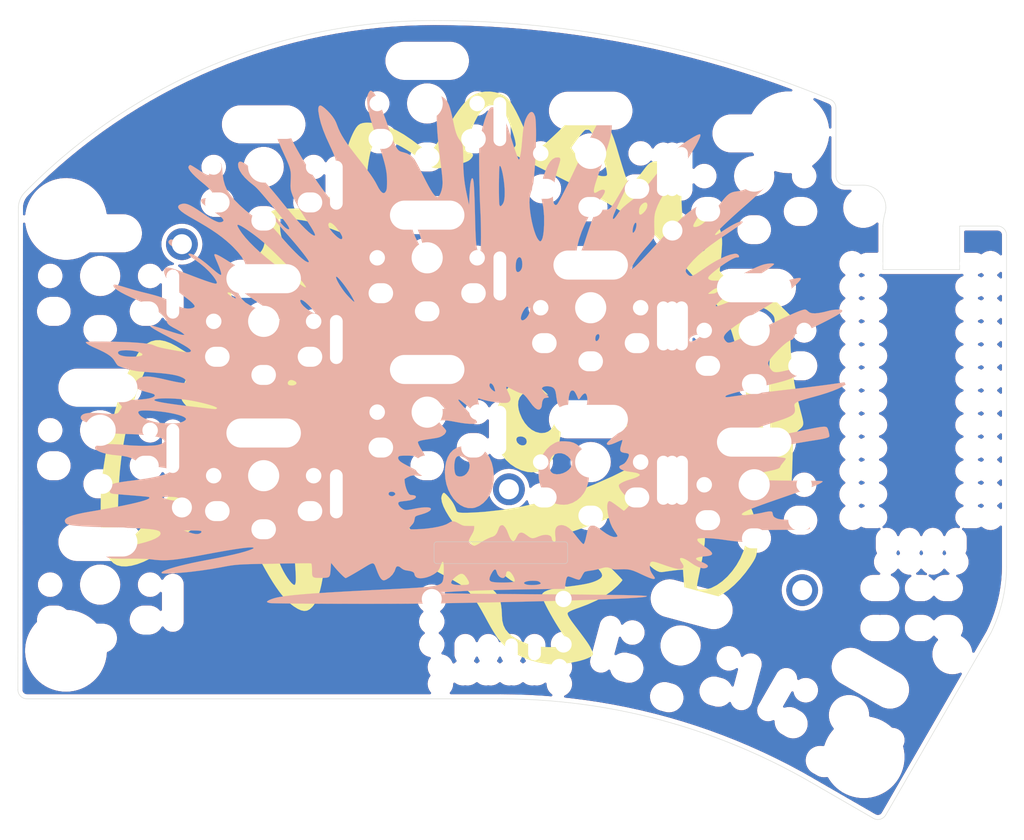
<source format=kicad_pcb>
(kicad_pcb (version 20211014) (generator pcbnew)
  (title_block (title "One Fell Swoop") (date "2021-11-18") (rev "0.3") (company "jmnw"))
  (layers (0 "F.Cu" signal) (31 "B.Cu" signal) (34 "B.Paste" user) (35 "F.Paste" user) (36 "B.SilkS" user "B.Silkscreen") (37 "F.SilkS" user "F.Silkscreen") (38 "B.Mask" user) (39 "F.Mask" user) (44 "Edge.Cuts" user))
  (net 0 "")
  (footprint "jmnw:M2_hole_3.5mm_2mm" (layer "F.Cu") (at 134.067714 82.371243)
    (fp_text reference "H3" hide)
    (fp_text value "M2 Hole" hide)
    (pad "" thru_hole circle (at 0 0) (size 3.5 3.5) (drill 2.2) (layers *.Cu *.Mask))
  )
  (footprint "jmnw:D3_SMD_cutout" (layer "F.Cu") (at 115.068714 70.371245 -90)
    (fp_text reference "D3" hide)
    (fp_text value " 1N4148W" hide)
    (pad "" np_thru_hole oval (at 0 0 270) (size 5.4 1.4) (drill oval 5.4 1.4) (layers F&B.Cu *.Mask))
  )
  (footprint "jmnw:M2_hole_3.5mm_2mm" (layer "F.Cu") (at 67.308167 128.658776)
    (fp_text reference "H2" hide)
    (fp_text value "M2 Hole" hide)
    (pad "" np_thru_hole circle (at 0 0) (size 8 8) (drill 8) (layers F&B.Cu *.Mask))
  )
  (footprint "jmnw:Choc_base_cutout" (layer "F.Cu") (at 107.068715 102.37124)
    (fp_text reference "SW13" hide)
    (fp_text value "Choc_base_cutout" hide)
    (pad "" np_thru_hole oval (at 5.1 3.9) (size 2.7 2.2) (drill oval 2.7 2.2) (layers F&B.Cu *.Mask))
    (pad "" np_thru_hole oval (at -5.1 3.9) (size 2.7 2.2) (drill oval 2.7 2.2) (layers F&B.Cu *.Mask))
    (pad "" np_thru_hole circle (at -5.5 0) (size 1.7018 1.7018) (drill 1.7018) (layers *.Cu *.Mask))
    (pad "" np_thru_hole circle (at 0 0) (size 3.429 3.429) (drill 3.429) (layers *.Cu *.Mask))
    (pad "" np_thru_hole oval (at 0 5.9) (size 2.7 2.2) (drill oval 2.7 2.2) (layers F&B.Cu *.Mask))
    (pad "" np_thru_hole circle (at 5.5 0) (size 1.7018 1.7018) (drill 1.7018) (layers *.Cu *.Mask))
  )
  (footprint "jmnw:SK6812_Mini_E_cutout" (layer "F.Cu") (at 71.068717 82.811741 180)
    (fp_text reference "L1" hide)
    (fp_text value "SK6812Mini-e" hide)
    (pad "" np_thru_hole oval (at 0 0.14 180) (size 8.2 3.2) (drill oval 8.2 3.2) (layers F&B.Cu *.Mask))
  )
  (footprint "jmnw:RollerEncoder_cutout" (layer "F.Cu") (at 115.074677 125.451864)
    (fp_text reference "EN2")
    (fp_text value "EVQWGD001")
    (fp_line (start 7.448 -6.7) (end 7.448 -8.5) (layer "Edge.Cuts") (width 0.05))
    (fp_line (start -7.248 -6.7) (end -7.248 -8.5) (layer "Edge.Cuts") (width 0.05))
    (fp_line (start 7.148 -8.8) (end -6.948 -8.8) (layer "Edge.Cuts") (width 0.05))
    (fp_line (start -6.952 -6.4) (end 7.148 -6.4) (layer "Edge.Cuts") (width 0.05))
    (fp_arc (start -6.948 -6.4) (mid -7.160132 -6.487868) (end -7.248 -6.7) (layer "Edge.Cuts") (width 0.05))
    (fp_arc (start 7.148 -8.8) (mid 7.360132 -8.712132) (end 7.448 -8.5) (layer "Edge.Cuts") (width 0.05))
    (fp_arc (start 7.448 -6.7) (mid 7.360132 -6.487868) (end 7.148 -6.4) (layer "Edge.Cuts") (width 0.05))
    (fp_arc (start -7.248 -8.5) (mid -7.160132 -8.712132) (end -6.948 -8.8) (layer "Edge.Cuts") (width 0.05))
    (pad "" np_thru_hole oval (at -1.27 3.05 270) (size 2.4 1.4) (drill oval 2.4 1.4) (layers F&B.Cu *.Mask))
    (pad "" np_thru_hole oval (at 3.548 5.625 90) (size 1.8 1.8) (drill oval 1.8) (layers F&B.Cu *.Mask))
    (pad "" np_thru_hole oval (at 6.548 5 270) (size 1.8 1.8) (drill oval 1.8) (layers F&B.Cu *.Mask))
    (pad "" np_thru_hole oval (at 1.27 3.05 270) (size 2.4 1.4) (drill oval 2.4 1.4) (layers F&B.Cu *.Mask))
    (pad "" np_thru_hole circle (at -6.548 6.85 90) (size 1.8 1.8) (drill 1.8) (layers F&B.Cu *.Mask))
    (pad "" np_thru_hole oval (at 3.81 3.05 270) (size 2.4 1.4) (drill oval 2.4 1.4) (layers F&B.Cu *.Mask))
    (pad "" np_thru_hole oval (at 4.072 5.625 270) (size 1.8 1.8) (drill oval 1.8) (layers F&B.Cu *.Mask))
    (pad "" np_thru_hole oval (at -4.072 5.625 90) (size 1.8 1.8) (drill oval 1.8) (layers F&B.Cu *.Mask))
    (pad "" np_thru_hole circle (at 6.548 6.85 270) (size 1.8 1.8) (drill 1.8) (layers F&B.Cu *.Mask))
    (pad "" np_thru_hole oval (at -3.548 5.625 270) (size 1.8 1.8) (drill oval 1.8) (layers F&B.Cu *.Mask))
    (pad "" np_thru_hole oval (at 1.532 5.625 270) (size 1.8 1.8) (drill oval 1.8) (layers F&B.Cu *.Mask))
    (pad "" np_thru_hole oval (at -1.532 5.625 90) (size 1.8 1.8) (drill oval 1.8) (layers F&B.Cu *.Mask))
    (pad "" np_thru_hole oval (at 1.008 5.625 90) (size 1.8 1.8) (drill oval 1.8) (layers F&B.Cu *.Mask))
    (pad "" np_thru_hole oval (at -3.81 3.05 270) (size 2.4 1.4) (drill oval 2.4 1.4) (layers F&B.Cu *.Mask))
    (pad "" np_thru_hole oval (at -6.548 5 90) (size 1.8 1.8) (drill oval 1.8) (layers F&B.Cu *.Mask))
    (pad "" np_thru_hole circle (at -1.008 5.625 270) (size 1.8 1.8) (drill 1.8) (layers F&B.Cu *.Mask))
  )
  (footprint "jmnw:SK6812_Mini_E_cutout" (layer "F.Cu") (at 143.068711 71.811244 180)
    (fp_text reference "L5" hide)
    (fp_text value "SK6812Mini-e" hide)
    (pad "" np_thru_hole oval (at 0 0.14 180) (size 8.2 3.2) (drill oval 8.2 3.2) (layers F&B.Cu *.Mask))
  )
  (footprint "jmnw:M2_hole_3.5mm_2mm" (layer "F.Cu") (at 80.068712 83.871741)
    (fp_text reference "H1" hide)
    (fp_text value "M2 Hole" hide)
    (pad "" thru_hole circle (at 0 0) (size 3.5 3.5) (drill 2.2) (layers *.Cu *.Mask))
  )
  (footprint "jmnw:D3_SMD_cutout" (layer "F.Cu") (at 79.068714 106.37174 -90)
    (fp_text reference "D6" hide)
    (fp_text value " 1N4148W" hide)
    (pad "" np_thru_hole oval (at 0 0 270) (size 5.4 1.4) (drill oval 5.4 1.4) (layers F&B.Cu *.Mask))
  )
  (footprint "jmnw:D3_SMD_cutout" (layer "F.Cu") (at 134.031168 75.871241 -90)
    (fp_text reference "D4" hide)
    (fp_text value " 1N4148W" hide)
    (pad "" np_thru_hole oval (at 0 0 270) (size 5.4 1.4) (drill oval 5.4 1.4) (layers F&B.Cu *.Mask))
  )
  (footprint "jmnw:SK6812_Mini_E_cutout" (layer "F.Cu") (at 89.068713 70.811741 180)
    (fp_text reference "L2" hide)
    (fp_text value "SK6812Mini-e" hide)
    (pad "" np_thru_hole oval (at 0 0.14 180) (size 8.2 3.2) (drill oval 8.2 3.2) (layers F&B.Cu *.Mask))
  )
  (footprint "jmnw:SK6812_Mini_E_cutout" (layer "F.Cu") (at 107.068713 97.81124 180)
    (fp_text reference "L13" hide)
    (fp_text value "SK6812Mini-e" hide)
    (pad "" np_thru_hole oval (at 0 0.14 180) (size 8.2 3.2) (drill oval 8.2 3.2) (layers F&B.Cu *.Mask))
  )
  (footprint "jmnw:Choc_base_cutout" (layer "F.Cu") (at 153.505679 135.749861 -30)
    (fp_text reference "SW17" hide)
    (fp_text value "Choc_base_cutout" hide)
    (pad "" np_thru_hole oval (at -5.1 3.9 330) (size 2.7 2.2) (drill oval 2.7 2.2) (layers F&B.Cu *.Mask))
    (pad "" np_thru_hole oval (at 5.1 3.9 330) (size 2.7 2.2) (drill oval 2.7 2.2) (layers F&B.Cu *.Mask))
    (pad "" np_thru_hole circle (at 5.5 0 330) (size 1.7018 1.7018) (drill 1.7018) (layers *.Cu *.Mask))
    (pad "" np_thru_hole circle (at -5.5 0 330) (size 1.7018 1.7018) (drill 1.7018) (layers *.Cu *.Mask))
    (pad "" np_thru_hole circle (at 0 0 330) (size 3.429 3.429) (drill 3.429) (layers *.Cu *.Mask))
    (pad "" np_thru_hole oval (at 0 5.9 330) (size 2.7 2.2) (drill oval 2.7 2.2) (layers F&B.Cu *.Mask))
  )
  (footprint "jmnw:D3_SMD_cutout" (layer "F.Cu") (at 79.068713 89.371735 -90)
    (fp_text reference "D1" hide)
    (fp_text value " 1N4148W" hide)
    (pad "" np_thru_hole oval (at 0 0 270) (size 5.4 1.4) (drill oval 5.4 1.4) (layers F&B.Cu *.Mask))
  )
  (footprint "jmnw:SK6812_Mini_E_cutout" (layer "F.Cu") (at 107.068715 63.81124 180)
    (fp_text reference "L3" hide)
    (fp_text value "SK6812Mini-e" hide)
    (pad "" np_thru_hole oval (at 0 0.14 180) (size 8.2 3.2) (drill oval 8.2 3.2) (layers F&B.Cu *.Mask))
  )
  (footprint "jmnw:SK6812_Mini_E_cutout" (layer "F.Cu") (at 143.068709 88.81124 180)
    (fp_text reference "L10" hide)
    (fp_text value "SK6812Mini-e" hide)
    (pad "" np_thru_hole oval (at 0 0.14 180) (size 8.2 3.2) (drill oval 8.2 3.2) (layers F&B.Cu *.Mask))
  )
  (footprint "jmnw:M2_hole_3.5mm_2mm" (layer "F.Cu") (at 146.829167 71.547776)
    (fp_text reference "H2" hide)
    (fp_text value "M2 Hole" hide)
    (pad "" np_thru_hole circle (at 0 0) (size 8 8) (drill 8) (layers F&B.Cu *.Mask))
  )
  (footprint "jmnw:SK6812_Mini_E_cutout" (layer "F.Cu") (at 155.785678 131.800784 150)
    (fp_text reference "L17" hide)
    (fp_text value "SK6812Mini-e" hide)
    (pad "" np_thru_hole oval (at 0 0.14 150) (size 8.2 3.2) (drill oval 8.2 3.2) (layers F&B.Cu *.Mask))
  )
  (footprint "jmnw:M2_hole_3.5mm_2mm_cutout" (layer "F.Cu") (at 155.067918 79.872008)
    (fp_text reference "Ref**" hide)
    (fp_text value "Val**" hide)
    (pad "" np_thru_hole circle (at 0 0) (size 3.4 3.4) (drill 3.4) (layers F&B.Cu *.Mask))
  )
  (footprint "jmnw:D3_SMD_cutout" (layer "F.Cu") (at 135.068714 109.871242 -90)
    (fp_text reference "D15" hide)
    (fp_text value " 1N4148W" hide)
    (pad "" np_thru_hole oval (at 0 0 270) (size 5.4 1.4) (drill oval 5.4 1.4) (layers F&B.Cu *.Mask))
  )
  (footprint "jmnw:RotaryEncoder_cutout" (layer "F.Cu") (at 115.074716 125.451239)
    (fp_text reference "EN1")
    (fp_text value "RotaryEncoder_Switch")
    (pad "" np_thru_hole circle (at 7 -2.5) (size 1.8 1.8) (drill 1.8) (layers F&B.Cu *.Mask))
    (pad "" np_thru_hole circle (at 7 2.5) (size 1.8 1.8) (drill 1.8) (layers F&B.Cu *.Mask))
    (pad "" np_thru_hole circle (at -7.5 2.5) (size 1.8 1.8) (drill 1.8) (layers F&B.Cu *.Mask))
    (pad "" np_thru_hole circle (at -7.5 0) (size 1.8 1.8) (drill 1.8) (layers F&B.Cu *.Mask))
    (pad "" np_thru_hole circle (at -7.5 -2.5) (size 2.2 2.2) (drill 2.2) (layers F&B.Cu *.Mask))
  )
  (footprint "jmnw:D3_SMD_cutout" (layer "F.Cu") (at 134.031167 92.871242 -90)
    (fp_text reference "D9" hide)
    (fp_text value " 1N4148W" hide)
    (pad "" np_thru_hole oval (at 0 0 270) (size 5.4 1.4) (drill oval 5.4 1.4) (layers F&B.Cu *.Mask))
  )
  (footprint "jmnw:Choc_base_cutout" (layer "F.Cu") (at 125.067714 90.871239)
    (fp_text reference "SW9" hide)
    (fp_text value "Choc_base_cutout" hide)
    (pad "" np_thru_hole oval (at 5.1 3.9) (size 2.7 2.2) (drill oval 2.7 2.2) (layers F&B.Cu *.Mask))
    (pad "" np_thru_hole circle (at -5.5 0) (size 1.7018 1.7018) (drill 1.7018) (layers *.Cu *.Mask))
    (pad "" np_thru_hole circle (at 5.5 0) (size 1.7018 1.7018) (drill 1.7018) (layers *.Cu *.Mask))
    (pad "" np_thru_hole circle (at 0 0) (size 3.429 3.429) (drill 3.429) (layers *.Cu *.Mask))
    (pad "" np_thru_hole oval (at 0 5.9) (size 2.7 2.2) (drill oval 2.7 2.2) (layers F&B.Cu *.Mask))
    (pad "" np_thru_hole oval (at -5.1 3.9) (size 2.7 2.2) (drill oval 2.7 2.2) (layers F&B.Cu *.Mask))
  )
  (footprint "jmnw:Choc_base_cutout" (layer "F.Cu") (at 71.068714 121.371741)
    (fp_text reference "SW11" hide)
    (fp_text value "Choc_base_cutout" hide)
    (pad "" np_thru_hole oval (at 5.1 3.9) (size 2.7 2.2) (drill oval 2.7 2.2) (layers F&B.Cu *.Mask))
    (pad "" np_thru_hole circle (at 5.5 0) (size 1.7018 1.7018) (drill 1.7018) (layers *.Cu *.Mask))
    (pad "" np_thru_hole circle (at 0 0) (size 3.429 3.429) (drill 3.429) (layers *.Cu *.Mask))
    (pad "" np_thru_hole circle (at -5.5 0) (size 1.7018 1.7018) (drill 1.7018) (layers *.Cu *.Mask))
    (pad "" np_thru_hole oval (at -5.1 3.9) (size 2.7 2.2) (drill oval 2.7 2.2) (layers F&B.Cu *.Mask))
    (pad "" np_thru_hole oval (at 0 5.9) (size 2.7 2.2) (drill oval 2.7 2.2) (layers F&B.Cu *.Mask))
  )
  (footprint "jmnw:D3_SMD_cutout" (layer "F.Cu") (at 133.067719 75.871242 -90)
    (fp_text reference "D4" hide)
    (fp_text value " 1N4148W" hide)
    (pad "" np_thru_hole oval (at 0 0 270) (size 5.4 1.4) (drill oval 5.4 1.4) (layers F&B.Cu *.Mask))
  )
  (footprint "jmnw:D3_SMD_cutout" (layer "F.Cu") (at 115.068717 87.371237 -90)
    (fp_text reference "D8" hide)
    (fp_text value " 1N4148W" hide)
    (pad "" np_thru_hole oval (at 0 0 270) (size 5.4 1.4) (drill oval 5.4 1.4) (layers F&B.Cu *.Mask))
  )
  (footprint "jmnw:D3_SMD_cutout" (layer "F.Cu") (at 133.067718 92.871242 -90)
    (fp_text reference "D9" hide)
    (fp_text value " 1N4148W" hide)
    (pad "" np_thru_hole oval (at 0 0 270) (size 5.4 1.4) (drill oval 5.4 1.4) (layers F&B.Cu *.Mask))
  )
  (footprint "jmnw:D3_SMD_cutout" (layer "F.Cu") (at 135.06872 75.871241 -90)
    (fp_text reference "D5" hide)
    (fp_text value " 1N4148W" hide)
    (pad "" np_thru_hole oval (at 0 0 270) (size 5.4 1.4) (drill oval 5.4 1.4) (layers F&B.Cu *.Mask))
  )
  (footprint "jmnw:Choc_base_cutout" (layer "F.Cu") (at 143.068715 93.371244)
    (fp_text reference "SW10" hide)
    (fp_text value "Choc_base_cutout" hide)
    (pad "" np_thru_hole circle (at 5.5 0) (size 1.7018 1.7018) (drill 1.7018) (layers *.Cu *.Mask))
    (pad "" np_thru_hole circle (at 0 0) (size 3.429 3.429) (drill 3.429) (layers *.Cu *.Mask))
    (pad "" np_thru_hole circle (at -5.5 0) (size 1.7018 1.7018) (drill 1.7018) (layers *.Cu *.Mask))
    (pad "" np_thru_hole oval (at 5.1 3.9) (size 2.7 2.2) (drill oval 2.7 2.2) (layers F&B.Cu *.Mask))
    (pad "" np_thru_hole oval (at 0 5.9) (size 2.7 2.2) (drill oval 2.7 2.2) (layers F&B.Cu *.Mask))
    (pad "" np_thru_hole oval (at -5.1 3.9) (size 2.7 2.2) (drill oval 2.7 2.2) (layers F&B.Cu *.Mask))
  )
  (footprint "jmnw:Choc_base_cutout" (layer "F.Cu") (at 71.068711 104.371738)
    (fp_text reference "SW6" hide)
    (fp_text value "Choc_base_cutout" hide)
    (pad "" np_thru_hole oval (at 5.1 3.9) (size 2.7 2.2) (drill oval 2.7 2.2) (layers F&B.Cu *.Mask))
    (pad "" np_thru_hole oval (at 0 5.9) (size 2.7 2.2) (drill oval 2.7 2.2) (layers F&B.Cu *.Mask))
    (pad "" np_thru_hole circle (at -5.5 0) (size 1.7018 1.7018) (drill 1.7018) (layers *.Cu *.Mask))
    (pad "" np_thru_hole oval (at -5.1 3.9) (size 2.7 2.2) (drill oval 2.7 2.2) (layers F&B.Cu *.Mask))
    (pad "" np_thru_hole circle (at 0 0) (size 3.429 3.429) (drill 3.429) (layers *.Cu *.Mask))
    (pad "" np_thru_hole circle (at 5.5 0) (size 1.7018 1.7018) (drill 1.7018) (layers *.Cu *.Mask))
  )
  (footprint "jmnw:ProMicro_cutout" (layer "F.Cu") (at 161.458741 99.984906)
    (fp_text reference "U1" hide)
    (fp_text value "ProMicro")
    (pad "" np_thru_hole oval (at 5.442 6.35) (size 2.4 1.4) (drill oval 2.4 1.4) (layers F&B.Cu *.Mask))
    (pad "" np_thru_hole oval (at -5.442 1.27) (size 2.4 1.4) (drill oval 2.4 1.4) (layers F&B.Cu *.Mask))
    (pad "" np_thru_hole oval (at 5.442 -3.81) (size 2.4 1.4) (drill oval 2.4 1.4) (layers F&B.Cu *.Mask))
    (pad "" np_thru_hole oval (at 5.442 -1.27) (size 2.4 1.4) (drill oval 2.4 1.4) (layers F&B.Cu *.Mask))
    (pad "" np_thru_hole oval (at 5.442 8.89) (size 2.4 1.4) (drill oval 2.4 1.4) (layers F&B.Cu *.Mask))
    (pad "" np_thru_hole circle (at 7.62 -6.35 270) (size 1.8 1.8) (drill 1.8) (layers F&B.Cu *.Mask))
    (pad "" np_thru_hole oval (at 5.442 -13.97) (size 2.4 1.4) (drill oval 2.4 1.4) (layers F&B.Cu *.Mask))
    (pad "" np_thru_hole circle (at -7.62 -6.35 270) (size 1.8 1.8) (drill 1.8) (layers F&B.Cu *.Mask))
    (pad "" np_thru_hole circle (at -7.62 8.89 270) (size 1.8 1.8) (drill 1.8) (layers F&B.Cu *.Mask))
    (pad "" np_thru_hole oval (at 5.442 1.27) (size 2.4 1.4) (drill oval 2.4 1.4) (layers F&B.Cu *.Mask))
    (pad "" np_thru_hole circle (at -7.62 6.35 270) (size 1.8 1.8) (drill 1.8) (layers F&B.Cu *.Mask))
    (pad "" np_thru_hole circle (at -7.62 13.97 270) (size 1.8 1.8) (drill 1.8) (layers F&B.Cu *.Mask))
    (pad "" np_thru_hole circle (at 7.62 6.35 270) (size 1.8 1.8) (drill 1.8) (layers F&B.Cu *.Mask))
    (pad "" np_thru_hole circle (at 7.62 13.97 270) (size 1.8 1.8) (drill 1.8) (layers F&B.Cu *.Mask))
    (pad "" np_thru_hole circle (at 7.62 -13.97 270) (size 1.8 1.8) (drill 1.8) (layers F&B.Cu *.Mask))
    (pad "" np_thru_hole oval (at -5.442 8.89) (size 2.4 1.4) (drill oval 2.4 1.4) (layers F&B.Cu *.Mask))
    (pad "" np_thru_hole circle (at -7.62 3.81 270) (size 1.8 1.8) (drill 1.8) (layers F&B.Cu *.Mask))
    (pad "" np_thru_hole oval (at 5.442 13.97) (size 2.4 1.4) (drill oval 2.4 1.4) (layers F&B.Cu *.Mask))
    (pad "" np_thru_hole circle (at -7.62 11.43 270) (size 1.8 1.8) (drill 1.8) (layers F&B.Cu *.Mask))
    (pad "" np_thru_hole circle (at -7.62 -13.97 270) (size 1.8 1.8) (drill 1.8) (layers F&B.Cu *.Mask))
    (pad "" np_thru_hole oval (at 5.442 11.43) (size 2.4 1.4) (drill oval 2.4 1.4) (layers F&B.Cu *.Mask))
    (pad "" np_thru_hole circle (at 7.62 -8.89 270) (size 1.8 1.8) (drill 1.8) (layers F&B.Cu *.Mask))
    (pad "" np_thru_hole circle (at -7.62 -3.81 270) (size 1.8 1.8) (drill 1.8) (layers F&B.Cu *.Mask))
    (pad "" np_thru_hole oval (at 5.442 -11.43) (size 2.4 1.4) (drill oval 2.4 1.4) (layers F&B.Cu *.Mask))
    (pad "" np_thru_hole circle (at 7.62 -11.43 270) (size 1.8 1.8) (drill 1.8) (layers F&B.Cu *.Mask))
    (pad "" np_thru_hole circle (at -7.62 1.27 270) (size 1.8 1.8) (drill 1.8) (layers F&B.Cu *.Mask))
    (pad "" np_thru_hole oval (at -5.442 -3.81) (size 2.4 1.4) (drill oval 2.4 1.4) (layers F&B.Cu *.Mask))
    (pad "" np_thru_hole circle (at 7.62 1.27 270) (size 1.8 1.8) (drill 1.8) (layers F&B.Cu *.Mask))
    (pad "" np_thru_hole oval (at -5.442 -8.89) (size 2.4 1.4) (drill oval 2.4 1.4) (layers F&B.Cu *.Mask))
    (pad "" np_thru_hole oval (at -5.442 3.81) (size 2.4 1.4) (drill oval 2.4 1.4) (layers F&B.Cu *.Mask))
    (pad "" np_thru_hole oval (at 5.442 3.81) (size 2.4 1.4) (drill oval 2.4 1.4) (layers F&B.Cu *.Mask))
    (pad "" np_thru_hole oval (at -5.442 6.35) (size 2.4 1.4) (drill oval 2.4 1.4) (layers F&B.Cu *.Mask))
    (pad "" np_thru_hole oval (at -5.442 13.97) (size 2.4 1.4) (drill oval 2.4 1.4) (layers F&B.Cu *.Mask))
    (pad "" np_thru_hole oval (at -5.442 -11.43) (size 2.4 1.4) (drill oval 2.4 1.4) (layers F&B.Cu *.Mask))
    (pad "" np_thru_hole oval (at 5.442 -6.35) (size 2.4 1.4) (drill oval 2.4 1.4) (layers F&B.Cu *.Mask))
    (pad "" np_thru_hole oval (at -5.442 11.43) (size 2.4 1.4) (drill oval 2.4 1.4) (layers F&B.Cu *.Mask))
    (pad "" np_thru_hole oval (at 5.442 -8.89) (size 2.4 1.4) (drill oval 2.4 1.4) (layers F&B.Cu *.Mask))
    (pad "" np_thru_hole oval (at -5.442 -6.35) (size 2.4 1.4) (drill oval 2.4 1.4) (layers F&B.Cu *.Mask))
    (pad "" np_thru_hole oval (at -5.442 -13.97) (size 2.4 1.4) (drill oval 2.4 1.4) (layers F&B.Cu *.Mask))
    (pad "" np_thru_hole oval (at -5.442 -1.27) (size 2.4 1.4) (drill oval 2.4 1.4) (layers F&B.Cu *.Mask))
    (pad "" np_thru_hole circle (at -7.62 -11.43 270) (size 1.8 1.8) (drill 1.8) (layers F&B.Cu *.Mask))
    (pad "" np_thru_hole circle (at 7.62 8.89 270) (size 1.8 1.8) (drill 1.8) (layers F&B.Cu *.Mask))
    (pad "" np_thru_hole circle (at 7.62 -3.81 270) (size 1.8 1.8) (drill 1.8) (layers F&B.Cu *.Mask))
    (pad "" np_thru_hole circle (at -7.62 -1.27 270) (size 1.8 1.8) (drill 1.8) (layers F&B.Cu *.Mask))
    (pad "" np_thru_hole circle (at 7.62 3.81 270) (size 1.8 1.8) (drill 1.8) (layers F&B.Cu *.Mask))
    (pad "" np_thru_hole circle (at 7.62 11.43 270) (size 1.8 1.8) (drill 1.8) (layers F&B.Cu *.Mask))
    (pad "" np_thru_hole circle (at -7.62 -8.89 270) (size 1.8 1.8) (drill 1.8) (layers F&B.Cu *.Mask))
    (pad "" np_thru_hole circle (at 7.62 -1.27 270) (size 1.8 1.8) (drill 1.8) (layers F&B.Cu *.Mask))
  )
  (footprint "jmnw:D3_SMD_cutout" (layer "F.Cu") (at 79.068714 123.37174 -90)
    (fp_text reference "D11" hide)
    (fp_text value " 1N4148W" hide)
    (pad "" np_thru_hole oval (at 0 0 270) (size 5.4 1.4) (drill oval 5.4 1.4) (layers F&B.Cu *.Mask))
  )
  (footprint "jmnw:Choc_base_cutout" (layer "F.Cu") (at 89.068717 109.371743)
    (fp_text reference "SW12" hide)
    (fp_text value "Choc_base_cutout" hide)
    (pad "" np_thru_hole oval (at 5.1 3.9) (size 2.7 2.2) (drill oval 2.7 2.2) (layers F&B.Cu *.Mask))
    (pad "" np_thru_hole oval (at -5.1 3.9) (size 2.7 2.2) (drill oval 2.7 2.2) (layers F&B.Cu *.Mask))
    (pad "" np_thru_hole oval (at 0 5.9) (size 2.7 2.2) (drill oval 2.7 2.2) (layers F&B.Cu *.Mask))
    (pad "" np_thru_hole circle (at 5.5 0) (size 1.7018 1.7018) (drill 1.7018) (layers *.Cu *.Mask))
    (pad "" np_thru_hole circle (at -5.5 0) (size 1.7018 1.7018) (drill 1.7018) (layers *.Cu *.Mask))
    (pad "" np_thru_hole circle (at 0 0) (size 3.429 3.429) (drill 3.429) (layers *.Cu *.Mask))
  )
  (footprint "jmnw:TRRS-3pin_cutout" (layer "F.Cu") (at 167.548192 123.946605 -90)
    (fp_text reference "J1")
    (fp_text value "TRRS" hide)
    (pad "" np_thru_hole oval (at -2.2 11.1 90) (size 1.9 2.4) (drill oval 1.9 2.4) (layers F&B.Cu *.Mask))
    (pad "" np_thru_hole oval (at 2.2 11.1 90) (size 1.9 2.4) (drill oval 1.9 2.4) (layers F&B.Cu *.Mask))
    (pad "" np_thru_hole oval (at -2.2 6.2 90) (size 1.9 2.4) (drill oval 1.9 2.4) (layers F&B.Cu *.Mask))
    (pad "" np_thru_hole oval (at 2.2 6.2 270) (size 1.9 2.4) (drill oval 1.9 2.4) (layers F&B.Cu *.Mask))
    (pad "" np_thru_hole oval (at -2.2 3.2 90) (size 1.9 2.4) (drill oval 1.9 2.4) (layers F&B.Cu *.Mask))
    (pad "" np_thru_hole oval (at -2.2 10.2 90) (size 1.9 2.4) (drill oval 1.9 2.4) (layers F&B.Cu *.Mask))
    (pad "" np_thru_hole oval (at 2.2 3.2 270) (size 1.9 2.4) (drill oval 1.9 2.4) (layers F&B.Cu *.Mask))
    (pad "" np_thru_hole oval (at 2.2 10.2 90) (size 1.9 2.4) (drill oval 1.9 2.4) (layers F&B.Cu *.Mask))
  )
  (footprint "jmnw:Choc_base_cutout" (layer "F.Cu") (at 107.068712 68.371242)
    (fp_text reference "SW3" hide)
    (fp_text value "Choc_base_cutout" hide)
    (pad "" np_thru_hole oval (at 0 5.9) (size 2.7 2.2) (drill oval 2.7 2.2) (layers F&B.Cu *.Mask))
    (pad "" np_thru_hole oval (at -5.1 3.9) (size 2.7 2.2) (drill oval 2.7 2.2) (layers F&B.Cu *.Mask))
    (pad "" np_thru_hole circle (at 0 0) (size 3.429 3.429) (drill 3.429) (layers *.Cu *.Mask))
    (pad "" np_thru_hole oval (at 5.1 3.9) (size 2.7 2.2) (drill oval 2.7 2.2) (layers F&B.Cu *.Mask))
    (pad "" np_thru_hole circle (at 5.5 0) (size 1.7018 1.7018) (drill 1.7018) (layers *.Cu *.Mask))
    (pad "" np_thru_hole circle (at -5.5 0) (size 1.7018 1.7018) (drill 1.7018) (layers *.Cu *.Mask))
  )
  (footprint "jmnw:Choc_base_cutout" (layer "F.Cu") (at 143.068714 76.37124)
    (fp_text reference "SW5" hide)
    (fp_text value "Choc_base_cutout" hide)
    (pad "" np_thru_hole circle (at 5.5 0) (size 1.7018 1.7018) (drill 1.7018) (layers *.Cu *.Mask))
    (pad "" np_thru_hole circle (at -5.5 0) (size 1.7018 1.7018) (drill 1.7018) (layers *.Cu *.Mask))
    (pad "" np_thru_hole circle (at 0 0) (size 3.429 3.429) (drill 3.429) (layers *.Cu *.Mask))
    (pad "" np_thru_hole oval (at 0 5.9) (size 2.7 2.2) (drill oval 2.7 2.2) (layers F&B.Cu *.Mask))
    (pad "" np_thru_hole oval (at -5.1 3.9) (size 2.7 2.2) (drill oval 2.7 2.2) (layers F&B.Cu *.Mask))
    (pad "" np_thru_hole oval (at 5.1 3.9) (size 2.7 2.2) (drill oval 2.7 2.2) (layers F&B.Cu *.Mask))
  )
  (footprint "jmnw:SK6812_Mini_E_cutout" (layer "F.Cu") (at 107.068712 80.811241 180)
    (fp_text reference "L8" hide)
    (fp_text value "SK6812Mini-e" hide)
    (pad "" np_thru_hole oval (at 0 0.14 180) (size 8.2 3.2) (drill oval 8.2 3.2) (layers F&B.Cu *.Mask))
  )
  (footprint "jmnw:OLED_cutout" (layer "F.Cu") (at 157.64892 118.874595)
    (fp_text reference "O1" hide)
    (fp_text value "OLED" hide)
    (pad "" np_thru_hole oval (at 2.54 -2.058 270) (size 2.4 1.4) (drill oval 2.4 1.4) (layers F&B.Cu *.Mask))
    (pad "" np_thru_hole circle (at 5.08 0) (size 1.8 1.8) (drill 1.8) (layers F&B.Cu *.Mask))
    (pad "" np_thru_hole oval (at 0 -2.058 270) (size 2.4 1.4) (drill oval 2.4 1.4) (layers F&B.Cu *.Mask))
    (pad "" np_thru_hole circle (at 2.54 0) (size 1.8 1.8) (drill 1.8) (layers F&B.Cu *.Mask))
    (pad "" np_thru_hole circle (at 7.62 0) (size 1.8 1.8) (drill 1.8) (layers F&B.Cu *.Mask))
    (pad "" np_thru_hole oval (at 7.62 -2.058 270) (size 2.4 1.4) (drill oval 2.4 1.4) (layers F&B.Cu *.Mask))
    (pad "" np_thru_hole circle (at 0 0) (size 1.8 1.8) (drill 1.8) (layers F&B.Cu *.Mask))
    (pad "" np_thru_hole oval (at 5.08 -2.058 270) (size 2.4 1.4) (drill oval 2.4 1.4) (layers F&B.Cu *.Mask))
  )
  (footprint "jmnw:Choc_base_cutout" (layer "F.Cu") (at 71.06871 87.371742)
    (fp_text reference "SW1" hide)
    (fp_text value "Choc_base_cutout" hide)
    (pad "" np_thru_hole oval (at 5.1 3.9) (size 2.7 2.2) (drill oval 2.7 2.2) (layers F&B.Cu *.Mask))
    (pad "" np_thru_hole circle (at -5.5 0) (size 1.7018 1.7018) (drill 1.7018) (layers *.Cu *.Mask))
    (pad "" np_thru_hole oval (at 0 5.9) (size 2.7 2.2) (drill oval 2.7 2.2) (layers F&B.Cu *.Mask))
    (pad "" np_thru_hole oval (at -5.1 3.9) (size 2.7 2.2) (drill oval 2.7 2.2) (layers F&B.Cu *.Mask))
    (pad "" np_thru_hole circle (at 0 0) (size 3.429 3.429) (drill 3.429) (layers *.Cu *.Mask))
    (pad "" np_thru_hole circle (at 5.5 0) (size 1.7018 1.7018) (drill 1.7018) (layers *.Cu *.Mask))
  )
  (footprint "jmnw:Choc_base_cutout" (layer "F.Cu") (at 125.067712 107.871242)
    (fp_text reference "SW14" hide)
    (fp_text value "Choc_base_cutout" hide)
    (pad "" np_thru_hole circle (at 5.5 0) (size 1.7018 1.7018) (drill 1.7018) (layers *.Cu *.Mask))
    (pad "" np_thru_hole circle (at 0 0) (size 3.429 3.429) (drill 3.429) (layers *.Cu *.Mask))
    (pad "" np_thru_hole oval (at 5.1 3.9) (size 2.7 2.2) (drill oval 2.7 2.2) (layers F&B.Cu *.Mask))
    (pad "" np_thru_hole circle (at -5.5 0) (size 1.7018 1.7018) (drill 1.7018) (layers *.Cu *.Mask))
    (pad "" np_thru_hole oval (at 0 5.9) (size 2.7 2.2) (drill oval 2.7 2.2) (layers F&B.Cu *.Mask))
    (pad "" np_thru_hole oval (at -5.1 3.9) (size 2.7 2.2) (drill oval 2.7 2.2) (layers F&B.Cu *.Mask))
  )
  (footprint "jmnw:D3_SMD_cutout" (layer "F.Cu") (at 133.067713 109.871246 -90)
    (fp_text reference "D14" hide)
    (fp_text value " 1N4148W" hide)
    (pad "" np_thru_hole oval (at 0 0 270) (size 5.4 1.4) (drill oval 5.4 1.4) (layers F&B.Cu *.Mask))
  )
  (footprint "jmnw:D3_SMD_cutout" (layer "F.Cu") (at 126.722717 127.93224 -105)
    (fp_text reference "ED1" hide)
    (fp_text value " 1N4148W" hide)
    (pad "" np_thru_hole oval (at 0 0 255) (size 5.4 1.4) (drill oval 5.4 1.4) (layers F&B.Cu *.Mask))
  )
  (footprint "jmnw:D3_SMD_cutout" (layer "F.Cu") (at 134.031168 109.871246 -90)
    (fp_text reference "D14" hide)
    (fp_text value " 1N4148W" hide)
    (pad "" np_thru_hole oval (at 0 0 270) (size 5.4 1.4) (drill oval 5.4 1.4) (layers F&B.Cu *.Mask))
  )
  (footprint "jmnw:Choc_base_cutout" (layer "F.Cu") (at 89.068716 92.371737)
    (fp_text reference "SW7" hide)
    (fp_text value "Choc_base_cutout" hide)
    (pad "" np_thru_hole oval (at 5.1 3.9) (size 2.7 2.2) (drill oval 2.7 2.2) (layers F&B.Cu *.Mask))
    (pad "" np_thru_hole circle (at 0 0) (size 3.429 3.429) (drill 3.429) (layers *.Cu *.Mask))
    (pad "" np_thru_hole circle (at -5.5 0) (size 1.7018 1.7018) (drill 1.7018) (layers *.Cu *.Mask))
    (pad "" np_thru_hole oval (at -5.1 3.9) (size 2.7 2.2) (drill oval 2.7 2.2) (layers F&B.Cu *.Mask))
    (pad "" np_thru_hole oval (at 0 5.9) (size 2.7 2.2) (drill oval 2.7 2.2) (layers F&B.Cu *.Mask))
    (pad "" np_thru_hole circle (at 5.5 0) (size 1.7018 1.7018) (drill 1.7018) (layers *.Cu *.Mask))
  )
  (footprint "jmnw:Choc_base_cutout" (layer "F.Cu") (at 125.067716 73.871244)
    (fp_text reference "SW4" hide)
    (fp_text value "Choc_base_cutout" hide)
    (pad "" np_thru_hole circle (at 5.5 0) (size 1.7018 1.7018) (drill 1.7018) (layers *.Cu *.Mask))
    (pad "" np_thru_hole oval (at 5.1 3.9) (size 2.7 2.2) (drill oval 2.7 2.2) (layers F&B.Cu *.Mask))
    (pad "" np_thru_hole circle (at -5.5 0) (size 1.7018 1.7018) (drill 1.7018) (layers *.Cu *.Mask))
    (pad "" np_thru_hole oval (at 0 5.9) (size 2.7 2.2) (drill oval 2.7 2.2) (layers F&B.Cu *.Mask))
    (pad "" np_thru_hole circle (at 0 0) (size 3.429 3.429) (drill 3.429) (layers *.Cu *.Mask))
    (pad "" np_thru_hole oval (at -5.1 3.9) (size 2.7 2.2) (drill oval 2.7 2.2) (layers F&B.Cu *.Mask))
  )
  (footprint "jmnw:D3_SMD_cutout" (layer "F.Cu") (at 97.06871 94.371742 -90)
    (fp_text reference "D7" hide)
    (fp_text value " 1N4148W" hide)
    (pad "" np_thru_hole oval (at 0 0 270) (size 5.4 1.4) (drill oval 5.4 1.4) (layers F&B.Cu *.Mask))
  )
  (footprint "jmnw:SK6812_Mini_E_cutout" (layer "F.Cu") (at 71.068711 116.811739 180)
    (fp_text reference "L11" hide)
    (fp_text value "SK6812Mini-e" hide)
    (pad "" np_thru_hole oval (at 0 0.14 180) (size 8.2 3.2) (drill oval 8.2 3.2) (layers F&B.Cu *.Mask))
  )
  (footprint "jmnw:M2_hole_3.5mm_2mm_cutout" (layer "F.Cu") (at 164.884369 129.041112)
    (fp_text reference "Ref**" hide)
    (fp_text value "Val**" hide)
    (pad "" np_thru_hole circle (at 0 0) (size 3.4 3.4) (drill 3.4) (layers F&B.Cu *.Mask))
  )
  (footprint "jmnw:D3_SMD_cutout" (layer "F.Cu") (at 97.068713 111.371744 -90)
    (fp_text reference "D12" hide)
    (fp_text value " 1N4148W" hide)
    (pad "" np_thru_hole oval (at 0 0 270) (size 5.4 1.4) (drill oval 5.4 1.4) (layers F&B.Cu *.Mask))
  )
  (footprint "jmnw:M2_hole_3.5mm_2mm" (layer "F.Cu") (at 80.068712 112.871739)
    (fp_text reference "H2" hide)
    (fp_text value "M2 Hole" hide)
    (pad "" thru_hole circle (at 0 0) (size 3.5 3.5) (drill 2.2) (layers *.Cu *.Mask))
  )
  (footprint "jmnw:M2_hole_3.5mm_2mm" (layer "F.Cu") (at 155.112878 140.380802)
    (fp_text reference "H2" hide)
    (fp_text value "M2 Hole" hide)
    (pad "" np_thru_hole circle (at 0 0) (size 8 8) (drill 8) (layers F&B.Cu *.Mask))
  )
  (footprint "jmnw:Choc_base_cutout" (layer "F.Cu") (at 134.967756 128.070942 -15)
    (fp_text reference "SW16" hide)
    (fp_text value "Choc_base_cutout" hide)
    (pad "" np_thru_hole circle (at 5.5 0 345) (size 1.7018 1.7018) (drill 1.7018) (layers *.Cu *.Mask))
    (pad "" np_thru_hole oval (at 0 5.9 345) (size 2.7 2.2) (drill oval 2.7 2.2) (layers F&B.Cu *.Mask))
    (pad "" np_thru_hole oval (at -5.1 3.9 345) (size 2.7 2.2) (drill oval 2.7 2.2) (layers F&B.Cu *.Mask))
    (pad "" np_thru_hole circle (at -5.5 0 345) (size 1.7018 1.7018) (drill 1.7018) (layers *.Cu *.Mask))
    (pad "" np_thru_hole circle (at 0 0 345) (size 3.429 3.429) (drill 3.429) (layers *.Cu *.Mask))
    (pad "" np_thru_hole oval (at 5.1 3.9 345) (size 2.7 2.2) (drill oval 2.7 2.2) (layers F&B.Cu *.Mask))
  )
  (footprint "jmnw:Choc_base_cutout" (layer "F.Cu") (at 107.068714 85.371239)
    (fp_text reference "SW8" hide)
    (fp_text value "Choc_base_cutout" hide)
    (pad "" np_thru_hole oval (at 5.1 3.9) (size 2.7 2.2) (drill oval 2.7 2.2) (layers F&B.Cu *.Mask))
    (pad "" np_thru_hole circle (at -5.5 0) (size 1.7018 1.7018) (drill 1.7018) (layers *.Cu *.Mask))
    (pad "" np_thru_hole circle (at 0 0) (size 3.429 3.429) (drill 3.429) (layers *.Cu *.Mask))
    (pad "" np_thru_hole circle (at 5.5 0) (size 1.7018 1.7018) (drill 1.7018) (layers *.Cu *.Mask))
    (pad "" np_thru_hole oval (at 0 5.9) (size 2.7 2.2) (drill oval 2.7 2.2) (layers F&B.Cu *.Mask))
    (pad "" np_thru_hole oval (at -5.1 3.9) (size 2.7 2.2) (drill oval 2.7 2.2) (layers F&B.Cu *.Mask))
  )
  (footprint "jmnw:SK6812_Mini_E_cutout" (layer "F.Cu") (at 136.147973 123.666322 165)
    (fp_text reference "L16" hide)
    (fp_text value "SK6812Mini-e" hide)
    (pad "" np_thru_hole oval (at 0 0.14 165) (size 8.2 3.2) (drill oval 8.2 3.2) (layers F&B.Cu *.Mask))
  )
  (footprint "jmnw:SK6812_Mini_E_cutout" (layer "F.Cu") (at 125.06771 103.311243 180)
    (fp_text reference "L14" hide)
    (fp_text value "SK6812Mini-e" hide)
    (pad "" np_thru_hole oval (at 0 0.14 180) (size 8.2 3.2) (drill oval 8.2 3.2) (layers F&B.Cu *.Mask))
  )
  (footprint "jmnw:M2_hole_3.5mm_2mm" (layer "F.Cu") (at 116.068715 110.871238)
    (fp_text reference "H4" hide)
    (fp_text value "M2 Hole" hide)
    (pad "" thru_hole circle (at 0 0) (size 3.5 3.5) (drill 2.2) (layers *.Cu *.Mask))
  )
  (footprint "jmnw:D3_SMD_cutout" (layer "F.Cu") (at 115.068715 104.371241 -90)
    (fp_text reference "D13" hide)
    (fp_text value " 1N4148W" hide)
    (pad "" np_thru_hole oval (at 0 0 270) (size 5.4 1.4) (drill oval 5.4 1.4) (layers F&B.Cu *.Mask))
  )
  (footprint "jmnw:SK6812_Mini_E_cutout" (layer "F.Cu") (at 143.068713 105.811241 180)
    (fp_text reference "L15" hide)
    (fp_text value "SK6812Mini-e" hide)
    (pad "" np_thru_hole oval (at 0 0.14 180) (size 8.2 3.2) (drill oval 8.2 3.2) (layers F&B.Cu *.Mask))
  )
  (footprint "jmnw:SK6812_Mini_E_cutout" (layer "F.Cu") (at 125.067716 86.311244 180)
    (fp_text reference "L9" hide)
    (fp_text value "SK6812Mini-e" hide)
    (pad "" np_thru_hole oval (at 0 0.14 180) (size 8.2 3.2) (drill oval 8.2 3.2) (layers F&B.Cu *.Mask))
  )
  (footprint "jmnw:M2_hole_3.5mm_2mm" (layer "F.Cu") (at 67.308168 81.091776)
    (fp_text reference "H2" hide)
    (fp_text value "M2 Hole" hide)
    (pad "" np_thru_hole circle (at 0 0) (size 8 8) (drill 8) (layers F&B.Cu *.Mask))
  )
  (footprint "jmnw:M2_hole_3.5mm_2mm" (layer "F.Cu") (at 148.34987 121.981673)
    (fp_text reference "H4" hide)
    (fp_text value "M2 Hole" hide)
    (pad "" thru_hole circle (at 0 0) (size 3.5 3.5) (drill 2.2) (layers *.Cu *.Mask))
  )
  (footprint "jmnw:SK6812_Mini_E_cutout" (layer "F.Cu") (at 125.067714 69.311244 180)
    (fp_text reference "L4" hide)
    (fp_text value "SK6812Mini-e" hide)
    (pad "" np_thru_hole oval (at 0 0.14 180) (size 8.2 3.2) (drill oval 8.2 3.2) (layers F&B.Cu *.Mask))
  )
  (footprint "jmnw:SK6812_Mini_E_cutout" (layer "F.Cu") (at 89.06871 87.811742 180)
    (fp_text reference "L7" hide)
    (fp_text value "SK6812Mini-e" hide)
    (pad "" np_thru_hole oval (at 0 0.14 180) (size 8.2 3.2) (drill oval 8.2 3.2) (layers F&B.Cu *.Mask))
  )
  (footprint "jmnw:D3_SMD_cutout" (layer "F.Cu") (at 97.068713 77.371746 -90)
    (fp_text reference "D2" hide)
    (fp_text value " 1N4148W" hide)
    (pad "" np_thru_hole oval (at 0 0 270) (size 5.4 1.4) (drill oval 5.4 1.4) (layers F&B.Cu *.Mask))
  )
  (footprint "jmnw:D3_SMD_cutout" (layer "F.Cu") (at 145.59639 133.489748 -120)
    (fp_text reference "D17" hide)
    (fp_text value " 1N4148W" hide)
    (pad "" np_thru_hole oval (at 0 0 240) (size 5.4 1.4) (drill oval 5.4 1.4) (layers F&B.Cu *.Mask))
  )
  (footprint "jmnw:D3_SMD_cutout" (layer "F.Cu") (at 142.177525 132.073346 -105)
    (fp_text reference "D16" hide)
    (fp_text value " 1N4148W" hide)
    (pad "" np_thru_hole oval (at 0 0 255) (size 5.4 1.4) (drill oval 5.4 1.4) (layers F&B.Cu *.Mask))
  )
  (footprint "jmnw:Choc_base_cutout" (layer "F.Cu") (at 143.068718 110.371239)
    (fp_text reference "SW15" hide)
    (fp_text value "Choc_base_cutout" hide)
    (pad "" np_thru_hole oval (at 0 5.9) (size 2.7 2.2) (drill oval 2.7 2.2) (layers F&B.Cu *.Mask))
    (pad "" np_thru_hole oval (at -5.1 3.9) (size 2.7 2.2) (drill oval 2.7 2.2) (layers F&B.Cu *.Mask))
    (pad "" np_thru_hole circle (at -5.5 0) (size 1.7018 1.7018) (drill 1.7018) (layers *.Cu *.Mask))
    (pad "" np_thru_hole circle (at 5.5 0) (size 1.7018 1.7018) (drill 1.7018) (layers *.Cu *.Mask))
    (pad "" np_thru_hole circle (at 0 0) (size 3.429 3.429) (drill 3.429) (layers *.Cu *.Mask))
    (pad "" np_thru_hole oval (at 5.1 3.9) (size 2.7 2.2) (drill oval 2.7 2.2) (layers F&B.Cu *.Mask))
  )
  (footprint "jmnw:D3_SMD_cutout" (layer "F.Cu") (at 135.068713 92.871243 -90)
    (fp_text reference "D10" hide)
    (fp_text value " 1N4148W" hide)
    (pad "" np_thru_hole oval (at 0 0 270) (size 5.4 1.4) (drill oval 5.4 1.4) (layers F&B.Cu *.Mask))
  )
  (footprint "jmnw:SK6812_Mini_E_cutout" (layer "F.Cu") (at 71.068712 99.811741 180)
    (fp_text reference "L6" hide)
    (fp_text value "SK6812Mini-e" hide)
    (pad "" np_thru_hole oval (at 0 0.14 180) (size 8.2 3.2) (drill oval 8.2 3.2) (layers F&B.Cu *.Mask))
  )
  (footprint "jmnw:SK6812_Mini_E_cutout" (layer "F.Cu") (at 89.068714 104.811738 180)
    (fp_text reference "L12" hide)
    (fp_text value "SK6812Mini-e" hide)
    (pad "" np_thru_hole oval (at 0 0.14 180) (size 8.2 3.2) (drill oval 8.2 3.2) (layers F&B.Cu *.Mask))
  )
  (footprint "jmnw:Choc_base_cutout" (layer "F.Cu") (at 89.068712 75.371742)
    (fp_text reference "SW2" hide)
    (fp_text value "Choc_base_cutout" hide)
    (pad "" np_thru_hole circle (at -5.5 0) (size 1.7018 1.7018) (drill 1.7018) (layers *.Cu *.Mask))
    (pad "" np_thru_hole circle (at 5.5 0) (size 1.7018 1.7018) (drill 1.7018) (layers *.Cu *.Mask))
    (pad "" np_thru_hole oval (at 0 5.9) (size 2.7 2.2) (drill oval 2.7 2.2) (layers F&B.Cu *.Mask))
    (pad "" np_thru_hole oval (at 5.1 3.9) (size 2.7 2.2) (drill oval 2.7 2.2) (layers F&B.Cu *.Mask))
    (pad "" np_thru_hole oval (at -5.1 3.9) (size 2.7 2.2) (drill oval 2.7 2.2) (layers F&B.Cu *.Mask))
    (pad "" np_thru_hole circle (at 0 0) (size 3.429 3.429) (drill 3.429) (layers *.Cu *.Mask))
  )
  (footprint "jmnw:ferris-rust" (layer "B.Cu") (at 111.827311 97.480308 180)
    (fp_text reference "G***" hide)
    (fp_text value "LOGO" hide)
  )
  (gr_line (start 165.681168 81.871776) (end 169.849214 81.871494) (layer "Edge.Cuts") (width 0.05))
  (gr_line (start 62.069272 79.872694) (end 62.01514 132.951598) (layer "Edge.Cuts") (width 0.05))
  (gr_line (start 152.067918 76.372008) (end 152.068213 68.870908) (layer "Edge.Cuts") (width 0.05))
  (gr_line (start 170.849217 82.87149) (end 170.84911 119.412056) (layer "Edge.Cuts") (width 0.05))
  (gr_line (start 165.681168 81.871776) (end 165.681062 86.662342) (layer "Edge.Cuts") (width 0.05))
  (gr_arc (start 62.069272 79.872694) (mid 62.248737 78.955554) (end 62.760713 78.173739) (layer "Edge.Cuts") (width 0.05))
  (gr_arc (start 63.015142 133.951601) (mid 62.308034 133.658706) (end 62.01514 132.951598) (layer "Edge.Cuts") (width 0.05))
  (gr_line (start 115.074938 133.951601) (end 63.015142 133.951601) (layer "Edge.Cuts") (width 0.05))
  (gr_arc (start 155.06786 77.371831) (mid 156.835669 78.104113) (end 157.567849 79.871965) (layer "Edge.Cuts") (width 0.05))
  (gr_line (start 153.067921 77.372005) (end 155.06786 77.371831) (layer "Edge.Cuts") (width 0.05))
  (gr_line (start 156.184299 147.110821) (end 149.256275 143.110923) (layer "Edge.Cuts") (width 0.05))
  (gr_arc (start 107.844098 59.236877) (mid 130.0768 61.432294) (end 151.450711 67.933741) (layer "Edge.Cuts") (width 0.05))
  (gr_arc (start 157.237167 81.871776) (mid 157.31974 81.134435) (end 157.48 80.41) (layer "Edge.Cuts") (width 0.05))
  (gr_arc (start 169.849214 81.871494) (mid 170.55632 82.164386) (end 170.849217 82.87149) (layer "Edge.Cuts") (width 0.05))
  (gr_line (start 157.237167 81.871776) (end 157.237062 86.662342) (layer "Edge.Cuts") (width 0.05))
  (gr_arc (start 115.074938 133.951601) (mid 132.76856 136.281123) (end 149.256275 143.110923) (layer "Edge.Cuts") (width 0.05))
  (gr_arc (start 153.067921 77.372005) (mid 152.360813 77.079114) (end 152.067918 76.372008) (layer "Edge.Cuts") (width 0.05))
  (gr_arc (start 151.450711 67.933741) (mid 151.903728 68.307267) (end 152.068213 68.870908) (layer "Edge.Cuts") (width 0.05))
  (gr_arc (start 157.550324 146.744792) (mid 156.943119 147.21072) (end 156.184299 147.110821) (layer "Edge.Cuts") (width 0.05))
  (gr_arc (start 157.567849 79.871965) (mid 157.53784 80.143255) (end 157.48 80.41) (layer "Edge.Cuts") (width 0.05))
  (gr_arc (start 170.84911 119.412056) (mid 170.392023 123.173404) (end 169.102417 126.736209) (layer "Edge.Cuts") (width 0.05))
  (gr_line (start 157.550324 146.744792) (end 169.102417 126.736209) (layer "Edge.Cuts") (width 0.05))
  (gr_line (start 157.237062 86.662342) (end 165.681062 86.662342) (layer "Edge.Cuts") (width 0.05))
  (gr_arc (start 62.760713 78.173739) (mid 83.394584 64.163318) (end 107.844098 59.236877) (layer "Edge.Cuts") (width 0.05))
  (zone (net 0) (net_name "") (layers F&B.Cu) (connect_pads (clearance 0.508)) (min_thickness 0.254) (fill yes (thermal_gap 0.508) (thermal_bridge_width 0.508) (island_removal_mode 1) (island_area_min 0))
    (polygon (pts (xy 171.827437 149.483552) (xy 60.515533 149.483552) (xy 60.043747 57.95716) (xy 172.771405 56.974784)))
  )
)
</source>
